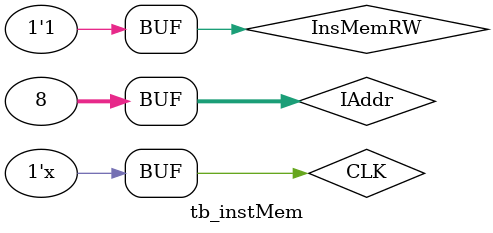
<source format=v>
`timescale 1ns / 1ps
`define clock_period 20

module tb_instMem(
    );
    
    reg [31:0] IAddr;
    reg  InsMemRW;
    reg  CLK;
    wire [31:0] IDataOut;

    
    instMem test(
           IAddr,CLK,IDataOut
        );
      
      initial CLK =1'b1;
      always#(`clock_period/2) CLK=~CLK;  
      
    initial begin
        #20
        InsMemRW = 1'b1;
        IAddr = 32'h0;
        #20
        InsMemRW = 1'b1;
        IAddr = 32'h4;
        #20
        InsMemRW = 1'b1;
        IAddr = 32'h8;
    end

endmodule
</source>
